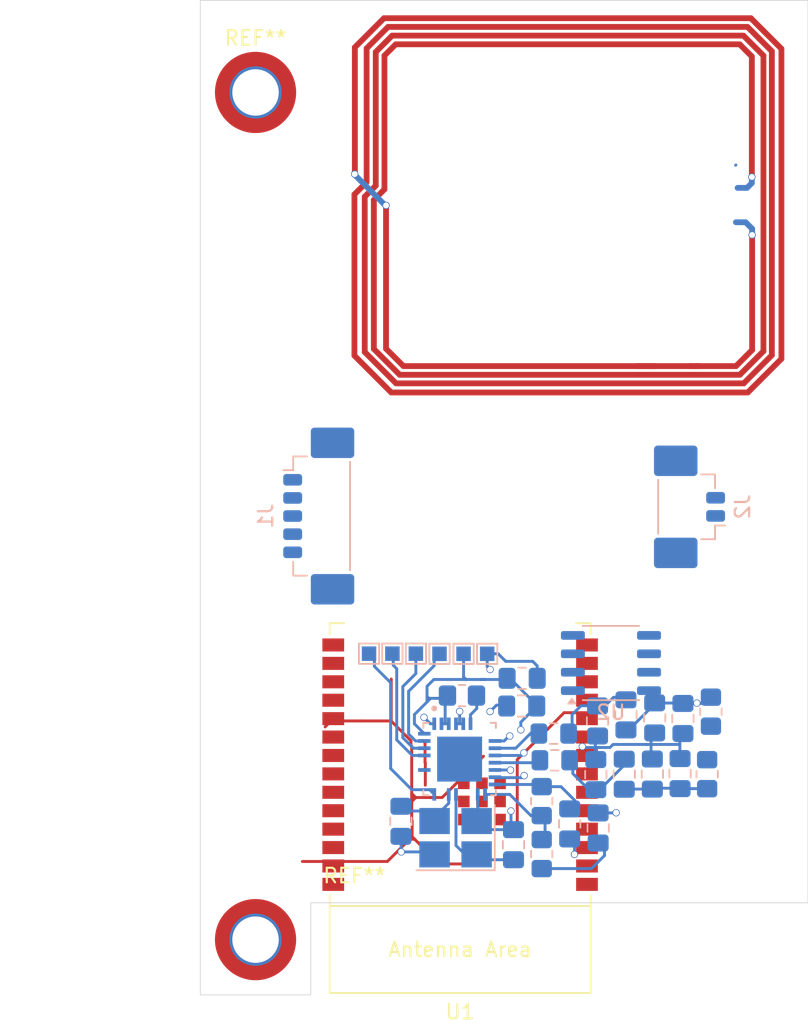
<source format=kicad_pcb>
(kicad_pcb (version 20241229) (generator "pcbnew") (generator_version "9.0")
  (layers (0 "F.Cu" signal) (2 "B.Cu" signal) (13 "F.Paste" user) (15 "B.Paste" user) (5 "F.SilkS" user "F.Silkscreen") (7 "B.SilkS" user "B.Silkscreen") (1 "F.Mask" user) (3 "B.Mask" user) (25 "Edge.Cuts" user))
  (net 0 "")
  (net 1 "Net-(J1-Pin_2)")
  (net 2 "Net-(J1-Pin_4)")
  (net 3 "GND")
  (net 4 "Net-(J1-Pin_5)")
  (net 5 "Net-(J1-Pin_3)")
  (net 6 "Net-(J2-Pin_1)")
  (net 7 "Net-(J2-Pin_2)")
  (net 14 "Net-(U1-GPIO8)")
  (net 20 "Net-(U1-GPIO9)")
  (net 29 "VCC")
  (net 30 "ANT_TX1")
  (net 31 "CLK")
  (net 32 "3V3")
  (net 33 "SDA")
  (net 34 "MOSI")
  (net 35 "TX1")
  (net 36 "RX")
  (net 37 "Net-(5K1-Pad2)")
  (net 38 "VMID")
  (net 39 "Net-(NC19-Pad1)")
  (net 40 "Net-(NC18-Pad1)")
  (net 41 "MISO")
  (net 42 "TX2")
  (net 54 "ANT_TX2")
  (net 55 "Net-(NC19-Pad2)")
  (net 56 "Net-(NC16-Pad1)")
  (net 57 "Net-(NC18-Pad2)")
  (net 58 "Net-(10K1-Pad2)")
  (net 59 "Net-(NC17-Pad1)")
  (footprint "PCM_Espressif:ESP32-C6-WROOM-1" (layer "F.Cu") (at 128.41 98.42 180)
    (property "Reference" "U1" (at 0 -17.05 0) (layer "F.SilkS"))
    (property "Value" "ESP32-C6-WROOM-1")
    (fp_text user "Antenna Area" (at 0 -12.75 0) (layer "F.SilkS"))
    (pad "1" smd rect (at -8.75 -8.26 180) (size 1.5 0.9) (layers "F.Cu" "F.Mask" "F.Paste") (net 3 "GND"))
    (pad "2" smd rect (at -8.75 -6.99 180) (size 1.5 0.9) (layers "F.Cu" "F.Mask" "F.Paste") (net 29 "VCC"))
    (pad "3" smd rect (at -8.75 -5.72 180) (size 1.5 0.9) (layers "F.Cu" "F.Mask" "F.Paste"))
    (pad "4" smd rect (at -8.75 -4.45 180) (size 1.5 0.9) (layers "F.Cu" "F.Mask" "F.Paste") (net 4 "Net-(J1-Pin_5)"))
    (pad "5" smd rect (at -8.75 -3.18 180) (size 1.5 0.9) (layers "F.Cu" "F.Mask" "F.Paste") (net 2 "Net-(J1-Pin_4)"))
    (pad "6" smd rect (at -8.75 -1.91 180) (size 1.5 0.9) (layers "F.Cu" "F.Mask" "F.Paste") (net 5 "Net-(J1-Pin_3)"))
    (pad "7" smd rect (at -8.75 -0.64 180) (size 1.5 0.9) (layers "F.Cu" "F.Mask" "F.Paste") (net 1 "Net-(J1-Pin_2)"))
    (pad "8" smd rect (at -8.75 0.63 180) (size 1.5 0.9) (layers "F.Cu" "F.Mask" "F.Paste"))
    (pad "9" smd rect (at -8.75 1.9 180) (size 1.5 0.9) (layers "F.Cu" "F.Mask" "F.Paste"))
    (pad "10" smd rect (at -8.75 3.17 180) (size 1.5 0.9) (layers "F.Cu" "F.Mask" "F.Paste") (net 14 "Net-(U1-GPIO8)"))
    (pad "11" smd rect (at -8.75 4.44 180) (size 1.5 0.9) (layers "F.Cu" "F.Mask" "F.Paste"))
    (pad "12" smd rect (at -8.75 5.71 180) (size 1.5 0.9) (layers "F.Cu" "F.Mask" "F.Paste"))
    (pad "13" smd rect (at -8.75 6.98 180) (size 1.5 0.9) (layers "F.Cu" "F.Mask" "F.Paste"))
    (pad "14" smd rect (at -8.75 8.25 180) (size 1.5 0.9) (layers "F.Cu" "F.Mask" "F.Paste"))
    (pad "15" smd rect (at 8.75 8.25) (size 1.5 0.9) (layers "F.Cu" "F.Mask" "F.Paste") (net 20 "Net-(U1-GPIO9)"))
    (pad "16" smd rect (at 8.75 6.98) (size 1.5 0.9) (layers "F.Cu" "F.Mask" "F.Paste"))
    (pad "17" smd rect (at 8.75 5.71) (size 1.5 0.9) (layers "F.Cu" "F.Mask" "F.Paste"))
    (pad "18" smd rect (at 8.75 4.44) (size 1.5 0.9) (layers "F.Cu" "F.Mask" "F.Paste"))
    (pad "19" smd rect (at 8.75 3.17) (size 1.5 0.9) (layers "F.Cu" "F.Mask" "F.Paste"))
    (pad "20" smd rect (at 8.75 1.9) (size 1.5 0.9) (layers "F.Cu" "F.Mask" "F.Paste"))
    (pad "21" smd rect (at 8.75 0.63) (size 1.5 0.9) (layers "F.Cu" "F.Mask" "F.Paste"))
    (pad "22" smd rect (at 8.75 -0.64) (size 1.5 0.9) (layers "F.Cu" "F.Mask" "F.Paste"))
    (pad "23" smd rect (at 8.75 -1.91) (size 1.5 0.9) (layers "F.Cu" "F.Mask" "F.Paste"))
    (pad "24" smd rect (at 8.75 -3.18) (size 1.5 0.9) (layers "F.Cu" "F.Mask" "F.Paste"))
    (pad "25" smd rect (at 8.75 -4.45) (size 1.5 0.9) (layers "F.Cu" "F.Mask" "F.Paste"))
    (pad "26" smd rect (at 8.75 -5.72) (size 1.5 0.9) (layers "F.Cu" "F.Mask" "F.Paste"))
    (pad "27" smd rect (at 8.75 -6.99) (size 1.5 0.9) (layers "F.Cu" "F.Mask" "F.Paste"))
    (pad "28" smd rect (at 8.75 -8.26) (size 1.5 0.9) (layers "F.Cu" "F.Mask" "F.Paste") (net 3 "GND"))
    (pad "29" smd rect (at -2.755 -3.79) (size 0.8 0.8) (layers "F.Cu" "F.Mask" "F.Paste") (net 3 "GND"))
    (pad "29" smd rect (at -2.755 -2.54) (size 0.8 0.8) (layers "F.Cu" "F.Mask" "F.Paste") (net 3 "GND"))
    (pad "29" smd rect (at -2.755 -1.29) (size 0.8 0.8) (layers "F.Cu" "F.Mask" "F.Paste") (net 3 "GND"))
    (pad "29" smd rect (at -1.505 -3.79) (size 0.8 0.8) (layers "F.Cu" "F.Mask" "F.Paste") (net 3 "GND"))
    (pad "29" smd rect (at -1.505 -2.54) (size 0.8 0.8) (layers "F.Cu" "F.Mask" "F.Paste") (net 3 "GND"))
    (pad "29" smd rect (at -1.505 -1.29) (size 0.8 0.8) (layers "F.Cu" "F.Mask" "F.Paste") (net 3 "GND"))
    (pad "29" smd rect (at -0.255 -3.79) (size 0.8 0.8) (layers "F.Cu" "F.Mask" "F.Paste") (net 3 "GND"))
    (pad "29" smd rect (at -0.255 -2.54) (size 0.8 0.8) (layers "F.Cu" "F.Mask" "F.Paste") (net 3 "GND"))
    (pad "29" smd rect (at -0.255 -1.29) (size 0.8 0.8) (layers "F.Cu" "F.Mask" "F.Paste") (net 3 "GND"))
  )
  (footprint "MountingHole:MountingHole_3.2mm_M3_DIN965_Pad_TopOnly" (layer "F.Cu") (at 114.3 52.07)
    (property "Reference" "REF**" (at 0 -3.75 0) (layer "F.SilkS"))
    (property "Value" "MountingHole_3.2mm_M3_DIN965_Pad_TopOnly")
    (pad "1" thru_hole circle (at 0 0) (size 3.6 3.6) (drill 3.2) (layers "*.Cu" "*.Mask"))
    (pad "1" connect circle (at 0 0) (size 5.6 5.6) (layers "F.Cu" "F.Mask"))
  )
  (footprint "MountingHole:MountingHole_3.2mm_M3_DIN965_Pad_TopOnly" (layer "F.Cu") (at 114.3 110.49)
    (property "Reference" "REF**" (at 6.8175 -4.41 0) (layer "F.SilkS"))
    (property "Value" "MountingHole_3.2mm_M3_DIN965_Pad_TopOnly")
    (pad "1" thru_hole circle (at 0 0) (size 3.6 3.6) (drill 3.2) (layers "*.Cu" "*.Mask"))
    (pad "1" connect circle (at 0 0) (size 5.6 5.6) (layers "F.Cu" "F.Mask"))
  )
  (footprint "TestPoint:TestPoint_Pad_1.0x1.0mm" (layer "B.Cu") (at 128.6475 90.78)
    (property "Reference" "NT5" (hide yes))
    (property "Value" "3V3")
    (pad "1" smd rect (at 0 0) (size 1 1) (layers "B.Cu" "B.Mask") (net 32 "3V3"))
  )
  (footprint "TestPoint:TestPoint_Pad_1.0x1.0mm" (layer "B.Cu") (at 122.1275 90.77 -90)
    (property "Reference" "NT4" (hide yes))
    (property "Value" "DA")
    (pad "1" smd rect (at 0 0 270) (size 1 1) (layers "B.Cu" "B.Mask") (net 33 "SDA"))
  )
  (footprint "Capacitor_SMD:C_0805_2012Metric_Pad1.18x1.45mm_HandSolder" (layer "B.Cu") (at 141.6675 99.07 -90)
    (property "Reference" "NC21" (hide yes))
    (property "Value" "180pF")
    (pad "1" smd roundrect (at -1.0375 0 270) (size 1.175 1.45) (layers "B.Cu" "B.Mask" "B.Paste") (roundrect_rratio 0.212766) (net 3 "GND"))
    (pad "2" smd roundrect (at 1.0375 0 270) (size 1.175 1.45) (layers "B.Cu" "B.Mask" "B.Paste") (roundrect_rratio 0.212766) (net 55 "Net-(NC19-Pad2)"))
  )
  (footprint "Connector_Molex:Molex_PicoBlade_53398-0271_1x02-1MP_P1.25mm_Vertical" (layer "B.Cu") (at 144.78 80.645 90)
    (property "Reference" "J2" (at 0 3.11 270) (layer "B.SilkS") (effects (justify mirror)))
    (property "Value" "Conn_01x02_Socket")
    (pad "1" smd roundrect (at -0.625 1.25 90) (size 0.8 1.3) (layers "B.Cu" "B.Mask" "B.Paste") (net 6 "Net-(J2-Pin_1)"))
    (pad "2" smd roundrect (at 0.625 1.25 90) (size 0.8 1.3) (layers "B.Cu" "B.Mask" "B.Paste") (net 7 "Net-(J2-Pin_2)"))
    (pad "MP" smd roundrect (at -3.175 -1.5 90) (size 2.1 3) (layers "B.Cu" "B.Mask" "B.Paste") (roundrect_rratio 0.119048))
    (pad "MP" smd roundrect (at 3.175 -1.5 90) (size 2.1 3) (layers "B.Cu" "B.Mask" "B.Paste") (roundrect_rratio 0.119048))
  )
  (footprint "Capacitor_SMD:C_0805_2012Metric_Pad1.18x1.45mm_HandSolder" (layer "B.Cu") (at 132.6575 94.38 180)
    (property "Reference" "NC26" (hide yes))
    (property "Value" "100nF")
    (pad "1" smd roundrect (at -1.0375 0 180) (size 1.175 1.45) (layers "B.Cu" "B.Mask" "B.Paste") (roundrect_rratio 0.212766) (net 32 "3V3"))
    (pad "2" smd roundrect (at 1.0375 0 180) (size 1.175 1.45) (layers "B.Cu" "B.Mask" "B.Paste") (roundrect_rratio 0.212766) (net 3 "GND"))
  )
  (footprint "Package_QFP:RC522 RFID NFC QFN50P500X500X100-33N" (layer "B.Cu") (at 128.375 98.04 -90)
    (property "Reference" "U1" (hide yes))
    (property "Value" "MFRC522/RC522")
    (pad "1" smd roundrect (at -2.435 1.75 270) (size 0.86 0.26) (layers "B.Cu" "B.Mask" "B.Paste") (roundrect_rratio 0.03) (net 3 "GND"))
    (pad "2" smd roundrect (at -2.435 1.25 270) (size 0.86 0.26) (layers "B.Cu" "B.Mask" "B.Paste") (roundrect_rratio 0.03) (net 32 "3V3"))
    (pad "3" smd roundrect (at -2.435 0.75 270) (size 0.86 0.26) (layers "B.Cu" "B.Mask" "B.Paste") (roundrect_rratio 0.03) (net 32 "3V3"))
    (pad "4" smd roundrect (at -2.435 0.25 270) (size 0.86 0.26) (layers "B.Cu" "B.Mask" "B.Paste") (roundrect_rratio 0.03) (net 3 "GND"))
    (pad "5" smd roundrect (at -2.435 -0.25 270) (size 0.86 0.26) (layers "B.Cu" "B.Mask" "B.Paste") (roundrect_rratio 0.03) (net 3 "GND"))
    (pad "6" smd roundrect (at -2.435 -0.75 270) (size 0.86 0.26) (layers "B.Cu" "B.Mask" "B.Paste") (roundrect_rratio 0.03) (net 58 "Net-(10K1-Pad2)"))
    (pad "7" smd roundrect (at -2.435 -1.25 270) (size 0.001 0.001) (layers "B.Cu" "B.Mask" "B.Paste") (roundrect_rratio 0.03))
    (pad "8" smd roundrect (at -2.435 -1.75 270) (size 0.001 0.001) (layers "B.Cu" "B.Mask" "B.Paste") (roundrect_rratio 0.03))
    (pad "9" smd roundrect (at -1.75 -2.435 180) (size 0.001 0.001) (layers "B.Cu" "B.Mask" "B.Paste") (roundrect_rratio 0.03))
    (pad "10" smd roundrect (at -1.25 -2.435 180) (size 0.86 0.26) (layers "B.Cu" "B.Mask" "B.Paste") (roundrect_rratio 0.03) (net 3 "GND"))
    (pad "11" smd roundrect (at -0.75 -2.435 180) (size 0.86 0.26) (layers "B.Cu" "B.Mask" "B.Paste") (roundrect_rratio 0.03) (net 35 "TX1"))
    (pad "12" smd roundrect (at -0.25 -2.435 180) (size 0.86 0.26) (layers "B.Cu" "B.Mask" "B.Paste") (roundrect_rratio 0.03) (net 32 "3V3"))
    (pad "13" smd roundrect (at 0.25 -2.435 180) (size 0.86 0.26) (layers "B.Cu" "B.Mask" "B.Paste") (roundrect_rratio 0.03) (net 42 "TX2"))
    (pad "14" smd roundrect (at 0.75 -2.435 180) (size 0.86 0.26) (layers "B.Cu" "B.Mask" "B.Paste") (roundrect_rratio 0.03) (net 3 "GND"))
    (pad "15" smd roundrect (at 1.25 -2.435 180) (size 0.86 0.26) (layers "B.Cu" "B.Mask" "B.Paste") (roundrect_rratio 0.03) (net 32 "3V3"))
    (pad "16" smd roundrect (at 1.75 -2.435 180) (size 0.86 0.26) (layers "B.Cu" "B.Mask" "B.Paste") (roundrect_rratio 0.03) (net 38 "VMID"))
    (pad "17" smd roundrect (at 2.435 -1.75 270) (size 0.86 0.26) (layers "B.Cu" "B.Mask" "B.Paste") (roundrect_rratio 0.03) (net 36 "RX"))
    (pad "18" smd roundrect (at 2.435 -1.25 270) (size 0.86 0.26) (layers "B.Cu" "B.Mask" "B.Paste") (roundrect_rratio 0.03) (net 3 "GND"))
    (pad "19" smd roundrect (at 2.435 -0.75 270) (size 0.001 0.001) (layers "B.Cu" "B.Mask" "B.Paste") (roundrect_rratio 0.03))
    (pad "20" smd roundrect (at 2.435 -0.25 270) (size 0.001 0.001) (layers "B.Cu" "B.Mask" "B.Paste") (roundrect_rratio 0.03))
    (pad "21" smd roundrect (at 2.435 0.25 270) (size 0.86 0.26) (layers "B.Cu" "B.Mask" "B.Paste") (roundrect_rratio 0.03) (net 56 "Net-(NC16-Pad1)"))
    (pad "22" smd roundrect (at 2.435 0.75 270) (size 0.86 0.26) (layers "B.Cu" "B.Mask" "B.Paste") (roundrect_rratio 0.03) (net 59 "Net-(NC17-Pad1)"))
    (pad "23" smd roundrect (at 2.435 1.25 270) (size 0.001 0.001) (layers "B.Cu" "B.Mask" "B.Paste") (roundrect_rratio 0.03))
    (pad "24" smd roundrect (at 2.435 1.75 270) (size 0.86 0.26) (layers "B.Cu" "B.Mask" "B.Paste") (roundrect_rratio 0.03) (net 33 "SDA"))
    (pad "25" smd roundrect (at 1.75 2.435 180) (size 0.001 0.001) (layers "B.Cu" "B.Mask" "B.Paste") (roundrect_rratio 0.03))
    (pad "26" smd roundrect (at 1.25 2.435 180) (size 0.001 0.001) (layers "B.Cu" "B.Mask" "B.Paste") (roundrect_rratio 0.03))
    (pad "27" smd roundrect (at 0.75 2.435 180) (size 0.86 0.26) (layers "B.Cu" "B.Mask" "B.Paste") (roundrect_rratio 0.03))
    (pad "28" smd roundrect (at 0.25 2.435 180) (size 0.001 0.001) (layers "B.Cu" "B.Mask" "B.Paste") (roundrect_rratio 0.03))
    (pad "29" smd roundrect (at -0.25 2.435 180) (size 0.86 0.26) (layers "B.Cu" "B.Mask" "B.Paste") (roundrect_rratio 0.03) (net 31 "CLK"))
    (pad "30" smd roundrect (at -0.75 2.435 180) (size 0.86 0.26) (layers "B.Cu" "B.Mask" "B.Paste") (roundrect_rratio 0.03) (net 34 "MOSI"))
    (pad "31" smd roundrect (at -1.25 2.435 180) (size 0.86 0.26) (layers "B.Cu" "B.Mask" "B.Paste") (roundrect_rratio 0.03) (net 41 "MISO"))
    (pad "32" smd roundrect (at -1.75 2.435 180) (size 0.86 0.26) (layers "B.Cu" "B.Mask" "B.Paste") (roundrect_rratio 0.03) (net 32 "3V3"))
    (pad "33" smd rect (at 0 0 270) (size 3.1 3.1) (layers "B.Cu" "B.Mask"))
  )
  (footprint "TestPoint:TestPoint_Pad_1.0x1.0mm" (layer "B.Cu") (at 125.3575 90.77)
    (property "Reference" "NT2" (hide yes))
    (property "Value" "MO")
    (pad "1" smd rect (at 0 0) (size 1 1) (layers "B.Cu" "B.Mask") (net 34 "MOSI"))
  )
  (footprint "Capacitor_SMD:C_0805_2012Metric_Pad1.18x1.45mm_HandSolder" (layer "B.Cu") (at 137.9275 102.79 90)
    (property "Reference" "NC6" (hide yes))
    (property "Value" "100nF")
    (pad "1" smd roundrect (at -1.0375 0 90) (size 1.175 1.45) (layers "B.Cu" "B.Mask" "B.Paste") (roundrect_rratio 0.212766) (net 37 "Net-(5K1-Pad2)"))
    (pad "2" smd roundrect (at 1.0375 0 90) (size 1.175 1.45) (layers "B.Cu" "B.Mask" "B.Paste") (roundrect_rratio 0.212766) (net 57 "Net-(NC18-Pad2)"))
  )
  (footprint "Capacitor_SMD:C_0805_2012Metric_Pad1.18x1.45mm_HandSolder" (layer "B.Cu") (at 137.8875 95.41 -90)
    (property "Reference" "NC24" (hide yes))
    (property "Value" "47pF")
    (pad "1" smd roundrect (at -1.0375 0 270) (size 1.175 1.45) (layers "B.Cu" "B.Mask" "B.Paste") (roundrect_rratio 0.212766) (net 40 "Net-(NC18-Pad1)"))
    (pad "2" smd roundrect (at 1.0375 0 270) (size 1.175 1.45) (layers "B.Cu" "B.Mask" "B.Paste") (roundrect_rratio 0.212766) (net 3 "GND"))
  )
  (footprint "TestPoint:TestPoint_Pad_1.0x1.0mm" (layer "B.Cu") (at 126.9875 90.78)
    (property "Reference" "NT3" (hide yes))
    (property "Value" "MI")
    (pad "1" smd rect (at 0 0) (size 1 1) (layers "B.Cu" "B.Mask") (net 41 "MISO"))
  )
  (footprint "Inductor_SMD:L_0805_2012Metric_Pad1.15x1.40mm_HandSolder" (layer "B.Cu") (at 134.8675 96.28)
    (property "Reference" "NL4" (hide yes))
    (property "Value" "22uH")
    (pad "1" smd roundrect (at -1.025 0) (size 1.15 1.4) (layers "B.Cu" "B.Mask" "B.Paste") (roundrect_rratio 0.217391) (net 35 "TX1"))
    (pad "2" smd roundrect (at 1.025 0) (size 1.15 1.4) (layers "B.Cu" "B.Mask" "B.Paste") (roundrect_rratio 0.217391) (net 40 "Net-(NC18-Pad1)"))
  )
  (footprint "Capacitor_SMD:C_0805_2012Metric_Pad1.18x1.45mm_HandSolder" (layer "B.Cu") (at 143.5775 99.04 -90)
    (property "Reference" "NC23" (hide yes))
    (property "Value" "10pF")
    (pad "1" smd roundrect (at -1.0375 0 270) (size 1.175 1.45) (layers "B.Cu" "B.Mask" "B.Paste") (roundrect_rratio 0.212766) (net 3 "GND"))
    (pad "2" smd roundrect (at 1.0375 0 270) (size 1.175 1.45) (layers "B.Cu" "B.Mask" "B.Paste") (roundrect_rratio 0.212766) (net 55 "Net-(NC19-Pad2)"))
  )
  (footprint "Resistor_SMD:R_0805_2012Metric_Pad1.20x1.40mm_HandSolder" (layer "B.Cu") (at 128.5375 93.66)
    (property "Reference" "10K1" (hide yes))
    (property "Value" "NR14")
    (pad "1" smd roundrect (at -1 0) (size 1.2 1.4) (layers "B.Cu" "B.Mask" "B.Paste") (roundrect_rratio 0.208333) (net 32 "3V3"))
    (pad "2" smd roundrect (at 1 0) (size 1.2 1.4) (layers "B.Cu" "B.Mask" "B.Paste") (roundrect_rratio 0.208333) (net 58 "Net-(10K1-Pad2)"))
  )
  (footprint "Capacitor_SMD:C_0805_2012Metric_Pad1.18x1.45mm_HandSolder" (layer "B.Cu") (at 143.7775 95.24 -90)
    (property "Reference" "NC22" (hide yes))
    (property "Value" "10pF")
    (pad "1" smd roundrect (at -1.0375 0 270) (size 1.175 1.45) (layers "B.Cu" "B.Mask" "B.Paste") (roundrect_rratio 0.212766) (net 57 "Net-(NC18-Pad2)"))
    (pad "2" smd roundrect (at 1.0375 0 270) (size 1.175 1.45) (layers "B.Cu" "B.Mask" "B.Paste") (roundrect_rratio 0.212766) (net 3 "GND"))
  )
  (footprint "Resistor_SMD:R_0805_2012Metric_Pad1.20x1.40mm_HandSolder" (layer "B.Cu") (at 145.7075 94.77 -90)
    (property "Reference" "300R2" (hide yes))
    (property "Value" "NR17")
    (pad "1" smd roundrect (at -1 0 270) (size 1.2 1.4) (layers "B.Cu" "B.Mask" "B.Paste") (roundrect_rratio 0.208333) (net 57 "Net-(NC18-Pad2)"))
    (pad "2" smd roundrect (at 1 0 270) (size 1.2 1.4) (layers "B.Cu" "B.Mask" "B.Paste") (roundrect_rratio 0.208333) (net 30 "ANT_TX1"))
  )
  (footprint "Capacitor_SMD:C_0805_2012Metric_Pad1.18x1.45mm_HandSolder" (layer "B.Cu") (at 141.8275 95.2 -90)
    (property "Reference" "NC20" (hide yes))
    (property "Value" "180pF")
    (pad "1" smd roundrect (at -1.0375 0 270) (size 1.175 1.45) (layers "B.Cu" "B.Mask" "B.Paste") (roundrect_rratio 0.212766) (net 57 "Net-(NC18-Pad2)"))
    (pad "2" smd roundrect (at 1.0375 0 270) (size 1.175 1.45) (layers "B.Cu" "B.Mask" "B.Paste") (roundrect_rratio 0.212766) (net 3 "GND"))
  )
  (footprint "Connector_Molex:Molex_PicoBlade_53398-0571_1x05-1MP_P1.25mm_Vertical" (layer "B.Cu") (at 118.11 81.28 -90)
    (property "Reference" "J1" (at 0 3.11 90) (layer "B.SilkS") (effects (justify mirror)))
    (property "Value" "Conn_01x05_Socket")
    (pad "1" smd roundrect (at -2.5 1.25 270) (size 0.8 1.3) (layers "B.Cu" "B.Mask" "B.Paste") (net 3 "GND"))
    (pad "2" smd roundrect (at -1.25 1.25 270) (size 0.8 1.3) (layers "B.Cu" "B.Mask" "B.Paste") (net 1 "Net-(J1-Pin_2)"))
    (pad "3" smd roundrect (at 0 1.25 270) (size 0.8 1.3) (layers "B.Cu" "B.Mask" "B.Paste") (net 5 "Net-(J1-Pin_3)"))
    (pad "4" smd roundrect (at 1.25 1.25 270) (size 0.8 1.3) (layers "B.Cu" "B.Mask" "B.Paste") (net 2 "Net-(J1-Pin_4)"))
    (pad "5" smd roundrect (at 2.5 1.25 270) (size 0.8 1.3) (layers "B.Cu" "B.Mask" "B.Paste") (net 4 "Net-(J1-Pin_5)"))
    (pad "MP" smd roundrect (at -5.05 -1.5 270) (size 2.1 3) (layers "B.Cu" "B.Mask" "B.Paste") (roundrect_rratio 0.119048))
    (pad "MP" smd roundrect (at 5.05 -1.5 270) (size 2.1 3) (layers "B.Cu" "B.Mask" "B.Paste") (roundrect_rratio 0.119048))
  )
  (footprint "Package_SO:SOP-8_3.9x4.9mm_P1.27mm" (layer "B.Cu") (at 138.8125 91.415)
    (property "Reference" "U2" (at 0 3.4 180) (layer "B.SilkS") (effects (justify mirror)))
    (property "Value" "~")
    (pad "1" smd roundrect (at -2.625 1.905) (size 1.65 0.6) (layers "B.Cu" "B.Mask" "B.Paste") (net 6 "Net-(J2-Pin_1)"))
    (pad "2" smd roundrect (at -2.625 0.635) (size 1.65 0.6) (layers "B.Cu" "B.Mask" "B.Paste") (net 29 "VCC"))
    (pad "3" smd roundrect (at -2.625 -0.635) (size 1.65 0.6) (layers "B.Cu" "B.Mask" "B.Paste") (net 29 "VCC"))
    (pad "4" smd roundrect (at -2.625 -1.905) (size 1.65 0.6) (layers "B.Cu" "B.Mask" "B.Paste") (net 7 "Net-(J2-Pin_2)"))
    (pad "5" smd roundrect (at 2.625 -1.905) (size 1.65 0.6) (layers "B.Cu" "B.Mask" "B.Paste") (net 3 "GND"))
    (pad "6" smd roundrect (at 2.625 -0.635) (size 1.65 0.6) (layers "B.Cu" "B.Mask" "B.Paste") (net 14 "Net-(U1-GPIO8)"))
    (pad "7" smd roundrect (at 2.625 0.635) (size 1.65 0.6) (layers "B.Cu" "B.Mask" "B.Paste") (net 20 "Net-(U1-GPIO9)"))
    (pad "8" smd roundrect (at 2.625 1.905) (size 1.65 0.6) (layers "B.Cu" "B.Mask" "B.Paste") (net 3 "GND"))
  )
  (footprint "Capacitor_SMD:C_0805_2012Metric_Pad1.18x1.45mm_HandSolder" (layer "B.Cu") (at 124.3275 102.33 -90)
    (property "Reference" "NC17" (hide yes))
    (property "Value" "15pF")
    (pad "1" smd roundrect (at -1.0375 0 270) (size 1.175 1.45) (layers "B.Cu" "B.Mask" "B.Paste") (roundrect_rratio 0.212766) (net 59 "Net-(NC17-Pad1)"))
    (pad "2" smd roundrect (at 1.0375 0 270) (size 1.175 1.45) (layers "B.Cu" "B.Mask" "B.Paste") (roundrect_rratio 0.212766) (net 3 "GND"))
  )
  (footprint "Inductor_SMD:L_0805_2012Metric_Pad1.15x1.40mm_HandSolder" (layer "B.Cu") (at 134.9375 98.12)
    (property "Reference" "NL5" (hide yes))
    (property "Value" "22uH")
    (pad "1" smd roundrect (at -1.025 0) (size 1.15 1.4) (layers "B.Cu" "B.Mask" "B.Paste") (roundrect_rratio 0.217391) (net 42 "TX2"))
    (pad "2" smd roundrect (at 1.025 0) (size 1.15 1.4) (layers "B.Cu" "B.Mask" "B.Paste") (roundrect_rratio 0.217391) (net 39 "Net-(NC19-Pad1)"))
  )
  (footprint "Resistor_SMD:R_0805_2012Metric_Pad1.20x1.40mm_HandSolder" (layer "B.Cu") (at 134.0375 104.59 -90)
    (property "Reference" "5K1" (hide yes))
    (property "Value" "NR16")
    (pad "1" smd roundrect (at -1 0 270) (size 1.2 1.4) (layers "B.Cu" "B.Mask" "B.Paste") (roundrect_rratio 0.208333) (net 36 "RX"))
    (pad "2" smd roundrect (at 1 0 270) (size 1.2 1.4) (layers "B.Cu" "B.Mask" "B.Paste") (roundrect_rratio 0.208333) (net 37 "Net-(5K1-Pad2)"))
  )
  (footprint "Capacitor_SMD:C_0805_2012Metric_Pad1.18x1.45mm_HandSolder" (layer "B.Cu") (at 139.8475 94.99 -90)
    (property "Reference" "NC18" (hide yes))
    (property "Value" "15pF")
    (pad "1" smd roundrect (at -1.0375 0 270) (size 1.175 1.45) (layers "B.Cu" "B.Mask" "B.Paste") (roundrect_rratio 0.212766) (net 40 "Net-(NC18-Pad1)"))
    (pad "2" smd roundrect (at 1.0375 0 270) (size 1.175 1.45) (layers "B.Cu" "B.Mask" "B.Paste") (roundrect_rratio 0.212766) (net 57 "Net-(NC18-Pad2)"))
  )
  (footprint "Crystal:Crystal_SMD_3225-4Pin_3.2x2.5mm_HandSoldering" (layer "B.Cu") (at 128.0975 103.46 180)
    (property "Reference" "NY1" (hide yes))
    (property "Value" "27M12")
    (pad "1" smd rect (at -1.45 -1.15 180) (size 2.1 1.8) (layers "B.Cu" "B.Mask" "B.Paste") (net 56 "Net-(NC16-Pad1)"))
    (pad "2" smd rect (at 1.45 -1.15 180) (size 2.1 1.8) (layers "B.Cu" "B.Mask" "B.Paste") (net 3 "GND"))
    (pad "3" smd rect (at 1.45 1.15 180) (size 2.1 1.8) (layers "B.Cu" "B.Mask" "B.Paste") (net 59 "Net-(NC17-Pad1)"))
    (pad "4" smd rect (at -1.45 1.15 180) (size 2.1 1.8) (layers "B.Cu" "B.Mask" "B.Paste") (net 3 "GND"))
  )
  (footprint "TestPoint:TestPoint_Pad_1.0x1.0mm" (layer "B.Cu") (at 123.7375 90.77)
    (property "Reference" "NT1" (hide yes))
    (property "Value" "CLK")
    (pad "1" smd rect (at 0 0) (size 1 1) (layers "B.Cu" "B.Mask") (net 31 "CLK"))
  )
  (footprint "Capacitor_SMD:C_0805_2012Metric_Pad1.18x1.45mm_HandSolder" (layer "B.Cu") (at 139.7275 99.08 -90)
    (property "Reference" "NC19" (hide yes))
    (property "Value" "15pF")
    (pad "1" smd roundrect (at -1.0375 0 270) (size 1.175 1.45) (layers "B.Cu" "B.Mask" "B.Paste") (roundrect_rratio 0.212766) (net 39 "Net-(NC19-Pad1)"))
    (pad "2" smd roundrect (at 1.0375 0 270) (size 1.175 1.45) (layers "B.Cu" "B.Mask" "B.Paste") (roundrect_rratio 0.212766) (net 55 "Net-(NC19-Pad2)"))
  )
  (footprint "Capacitor_SMD:C_0805_2012Metric_Pad1.18x1.45mm_HandSolder" (layer "B.Cu") (at 135.9675 102.51 -90)
    (property "Reference" "NC5" (hide yes))
    (property "Value" "100nF")
    (pad "1" smd roundrect (at -1.0375 0 270) (size 1.175 1.45) (layers "B.Cu" "B.Mask" "B.Paste") (roundrect_rratio 0.212766) (net 38 "VMID"))
    (pad "2" smd roundrect (at 1.0375 0 270) (size 1.175 1.45) (layers "B.Cu" "B.Mask" "B.Paste") (roundrect_rratio 0.212766) (net 3 "GND"))
  )
  (footprint "Capacitor_SMD:C_0805_2012Metric_Pad1.18x1.45mm_HandSolder" (layer "B.Cu") (at 132.6875 92.47)
    (property "Reference" "NC27" (hide yes))
    (property "Value" "100nF")
    (pad "1" smd roundrect (at -1.0375 0) (size 1.175 1.45) (layers "B.Cu" "B.Mask" "B.Paste") (roundrect_rratio 0.212766) (net 32 "3V3"))
    (pad "2" smd roundrect (at 1.0375 0) (size 1.175 1.45) (layers "B.Cu" "B.Mask" "B.Paste") (roundrect_rratio 0.212766) (net 3 "GND"))
  )
  (footprint "TestPoint:TestPoint_Pad_1.0x1.0mm" (layer "B.Cu") (at 130.2775 90.78)
    (property "Reference" "NT6" (hide yes))
    (property "Value" "GND")
    (pad "1" smd rect (at 0 0) (size 1 1) (layers "B.Cu" "B.Mask") (net 3 "GND"))
  )
  (footprint "Capacitor_SMD:C_0805_2012Metric_Pad1.18x1.45mm_HandSolder" (layer "B.Cu") (at 137.7675 99.11 -90)
    (property "Reference" "NC25" (hide yes))
    (property "Value" "47pF")
    (pad "1" smd roundrect (at -1.0375 0 270) (size 1.175 1.45) (layers "B.Cu" "B.Mask" "B.Paste") (roundrect_rratio 0.212766) (net 3 "GND"))
    (pad "2" smd roundrect (at 1.0375 0 270) (size 1.175 1.45) (layers "B.Cu" "B.Mask" "B.Paste") (roundrect_rratio 0.212766) (net 39 "Net-(NC19-Pad1)"))
  )
  (footprint "Resistor_SMD:R_0805_2012Metric_Pad1.20x1.40mm_HandSolder" (layer "B.Cu") (at 145.4475 99.08 90)
    (property "Reference" "300R1" (hide yes))
    (property "Value" "NR18")
    (pad "1" smd roundrect (at -1 0 90) (size 1.2 1.4) (layers "B.Cu" "B.Mask" "B.Paste") (roundrect_rratio 0.208333) (net 55 "Net-(NC19-Pad2)"))
    (pad "2" smd roundrect (at 1 0 90) (size 1.2 1.4) (layers "B.Cu" "B.Mask" "B.Paste") (roundrect_rratio 0.208333) (net 54 "ANT_TX2"))
  )
  (footprint "Resistor_SMD:R_0805_2012Metric_Pad1.20x1.40mm_HandSolder" (layer "B.Cu") (at 134.0375 100.94 -90)
    (property "Reference" "820R1" (hide yes))
    (property "Value" "NR15")
    (pad "1" smd roundrect (at -1 0 270) (size 1.2 1.4) (layers "B.Cu" "B.Mask" "B.Paste") (roundrect_rratio 0.208333) (net 38 "VMID"))
    (pad "2" smd roundrect (at 1 0 270) (size 1.2 1.4) (layers "B.Cu" "B.Mask" "B.Paste") (roundrect_rratio 0.208333) (net 36 "RX"))
  )
  (footprint "Capacitor_SMD:C_0805_2012Metric_Pad1.18x1.45mm_HandSolder" (layer "B.Cu") (at 132.09125 103.9425 90)
    (property "Reference" "NC16" (hide yes))
    (property "Value" "15pF")
    (pad "1" smd roundrect (at -1.0375 0 90) (size 1.175 1.45) (layers "B.Cu" "B.Mask" "B.Paste") (roundrect_rratio 0.212766) (net 56 "Net-(NC16-Pad1)"))
    (pad "2" smd roundrect (at 1.0375 0 90) (size 1.175 1.45) (layers "B.Cu" "B.Mask" "B.Paste") (roundrect_rratio 0.212766) (net 3 "GND"))
  )
  (gr_poly (pts (xy 118.11 107.95) (xy 118.11 114.3) (xy 110.49 114.3) (xy 110.49 45.72) (xy 152.4 45.72) (xy 152.4 107.95)) (stroke (width 0.05)) (fill no) (layer "Edge.Cuts"))
  (segment (start 147.4075 57.0925) (end 147.43 57.07) (width 0.2) (layer "B.Cu") (net 0))
  (segment (start 125.07 101.16) (end 125.07 102.37) (width 0.2) (layer "F.Cu") (net 3))
  (segment (start 125.07 97.16) (end 125.02 97.11) (width 0.2) (layer "F.Cu") (net 3))
  (segment (start 126.98 105.27) (end 129.48 105.27) (width 0.2) (layer "F.Cu") (net 3))
  (segment (start 125.07 100.45) (end 125.07 100.69) (width 0.2) (layer "F.Cu") (net 3))
  (segment (start 123.39 105.1) (end 117.53 105.1) (width 0.2) (layer "F.Cu") (net 3))
  (segment (start 125.07 100.69) (end 125.07 101.16) (width 0.2) (layer "F.Cu") (net 3))
  (segment (start 125.1 102.28) (end 125.1 103.39) (width 0.2) (layer "F.Cu") (net 3))
  (segment (start 125.07 100.45) (end 125.11 100.45) (width 0.2) (layer "F.Cu") (net 3))
  (segment (start 125.35 100.69) (end 126.33 100.69) (width 0.2) (layer "F.Cu") (net 3))
  (segment (start 124.925 103.565) (end 125.215 103.565) (width 0.2) (layer "F.Cu") (net 3))
  (segment (start 125.07 101.16) (end 125.07 100.97) (width 0.2) (layer "F.Cu") (net 3))
  (segment (start 123.65 95.41) (end 123.66 95.42) (width 0.2) (layer "F.Cu") (net 3))
  (segment (start 123.66 95.42) (end 123.66 92.52) (width 0.2) (layer "F.Cu") (net 3))
  (segment (start 125.07 99.46) (end 125.07 100.45) (width 0.2) (layer "F.Cu") (net 3))
  (segment (start 125.245 103.535) (end 126.98 105.27) (width 0.2) (layer "F.Cu") (net 3))
  (segment (start 125.215 103.565) (end 125.245 103.535) (width 0.2) (layer "F.Cu") (net 3))
  (segment (start 125.11 100.45) (end 125.35 100.69) (width 0.2) (layer "F.Cu") (net 3))
  (segment (start 121.56 95.41) (end 119.51 95.41) (width 0.2) (layer "F.Cu") (net 3))
  (segment (start 125.02 97.11) (end 125.02 96.78) (width 0.2) (layer "F.Cu") (net 3))
  (segment (start 121.56 95.41) (end 123.65 95.41) (width 0.2) (layer "F.Cu") (net 3))
  (segment (start 126.33 100.69) (end 127.17 100.69) (width 0.2) (layer "F.Cu") (net 3))
  (segment (start 125.07 100.97) (end 125.35 100.69) (width 0.2) (layer "F.Cu") (net 3))
  (segment (start 125.1 103.39) (end 124.925 103.565) (width 0.2) (layer "F.Cu") (net 3))
  (segment (start 125.1 103.39) (end 125.245 103.535) (width 0.2) (layer "F.Cu") (net 3))
  (segment (start 126.33 100.69) (end 126.58 100.69) (width 0.2) (layer "F.Cu") (net 3))
  (segment (start 124.925 103.565) (end 124.19 104.3) (width 0.2) (layer "F.Cu") (net 3))
  (segment (start 119.51 95.41) (end 119.1 95.82) (width 0.2) (layer "F.Cu") (net 3))
  (segment (start 125.02 96.78) (end 123.66 95.42) (width 0.2) (layer "F.Cu") (net 3))
  (segment (start 125.07 99.46) (end 125.07 97.16) (width 0.2) (layer "F.Cu") (net 3))
  (segment (start 124.19 104.3) (end 123.39 105.1) (width 0.2) (layer "F.Cu") (net 3))
  (segment (start 125.07 100.69) (end 125.35 100.69) (width 0.2) (layer "F.Cu") (net 3))
  (segment (start 127.17 100.69) (end 130.02 97.84) (width 0.2) (layer "F.Cu") (net 3))
  (via (at 128.3775 94.75) (size 0.5) (drill 0.4) (layers "F.Cu" "B.Cu") (net 3))
  (via (at 136.2975 104.61) (size 0.5) (drill 0.4) (layers "F.Cu" "B.Cu") (net 3))
  (via (at 136.8375 97.18) (size 0.5) (drill 0.4) (layers "F.Cu" "B.Cu") (net 3))
  (via (at 131.8375 96.45) (size 0.5) (drill 0.4) (layers "F.Cu" "B.Cu") (net 3))
  (via (at 125.9175 95.16) (size 0.5) (drill 0.4) (layers "F.Cu" "B.Cu") (net 3))
  (via (at 130.4775 91.86) (size 0.5) (drill 0.4) (layers "F.Cu" "B.Cu") (net 3))
  (via (at 124.3475 104.44) (size 0.5) (drill 0.4) (layers "F.Cu" "B.Cu") (net 3))
  (via (at 131.8875 98.8) (size 0.5) (drill 0.4) (layers "F.Cu" "B.Cu") (net 3))
  (via (at 130.4775 94.76) (size 0.5) (drill 0.4) (layers "F.Cu" "B.Cu") (net 3))
  (via (at 131.9175 101.62) (size 0.5) (drill 0.4) (layers "F.Cu" "B.Cu") (net 3))
  (segment (start 124.3375 103.3175) (end 124.3375 104.35) (width 0.2) (layer "B.Cu") (net 3))
  (segment (start 128.3925 95.605) (end 128.125 95.605) (width 0.2) (layer "B.Cu") (net 3))
  (segment (start 138.1075 96.4375) (end 137.7 96.4375) (width 0.2) (layer "B.Cu") (net 3))
  (segment (start 138.0375 97.24) (end 138.7475 97.24) (width 0.2) (layer "B.Cu") (net 3))
  (segment (start 131.0375 90.78) (end 131.5575 91.3) (width 0.2) (layer "B.Cu") (net 3))
  (segment (start 136.2975 103.5375) (end 136.2975 104.55) (width 0.2) (layer "B.Cu") (net 3))
  (segment (start 126.6475 104.61) (end 126.4775 104.44) (width 0.2) (layer "B.Cu") (net 3))
  (segment (start 143.5675 97.6425) (end 143.5675 97.08) (width 0.2) (layer "B.Cu") (net 3))
  (segment (start 128.625 95.605) (end 128.3925 95.605) (width 0.2) (layer "B.Cu") (net 3))
  (segment (start 130.2775 90.78) (end 130.2775 91.66) (width 0.2) (layer "B.Cu") (net 3))
  (segment (start 131.9175 102.73125) (end 132.09125 102.905) (width 0.2) (layer "B.Cu") (net 3))
  (segment (start 131.5575 91.3) (end 133.4175 91.3) (width 0.2) (layer "B.Cu") (net 3))
  (segment (start 130.81 96.79) (end 131.4475 96.79) (width 0.2) (layer "B.Cu") (net 3))
  (segment (start 136.8975 97.24) (end 136.8375 97.18) (width 0.2) (layer "B.Cu") (net 3))
  (segment (start 129.72875 102.545) (end 129.56125 102.7125) (width 0.2) (layer "B.Cu") (net 3))
  (segment (start 130.81 98.79) (end 131.8875 98.79) (width 0.2) (layer "B.Cu") (net 3))
  (segment (start 126.57375 105.1) (end 126.66125 105.0125) (width 0.2) (layer "B.Cu") (net 3))
  (segment (start 128.3775 95.61) (end 128.3775 94.77) (width 0.2) (layer "B.Cu") (net 3))
  (segment (start 126.3625 95.605) (end 125.9175 95.16) (width 0.2) (layer "B.Cu") (net 3))
  (segment (start 131.9175 101.62) (end 131.9175 102.73125) (width 0.2) (layer "B.Cu") (net 3))
  (segment (start 138.9575 97.03) (end 141.2075 97.03) (width 0.2) (layer "B.Cu") (net 3))
  (segment (start 133.4175 91.3) (end 133.725 91.6075) (width 0.2) (layer "B.Cu") (net 3))
  (segment (start 129.75375 102.905) (end 129.56125 102.7125) (width 0.2) (layer "B.Cu") (net 3))
  (segment (start 141.5775 97.7325) (end 141.5775 96.72) (width 0.2) (layer "B.Cu") (net 3))
  (segment (start 130.2775 90.78) (end 131.0375 90.78) (width 0.2) (layer "B.Cu") (net 3))
  (segment (start 137.7375 97.8525) (end 137.7375 97.24) (width 0.2) (layer "B.Cu") (net 3))
  (segment (start 128.3925 94.765) (end 128.3775 94.75) (width 0.2) (layer "B.Cu") (net 3))
  (segment (start 131.4475 96.79) (end 131.7675 96.47) (width 0.2) (layer "B.Cu") (net 3))
  (segment (start 143.5675 97.08) (end 143.5675 96.73) (width 0.2) (layer "B.Cu") (net 3))
  (segment (start 126.4775 104.44) (end 124.3475 104.44) (width 0.2) (layer "B.Cu") (net 3))
  (segment (start 126.625 95.605) (end 126.3625 95.605) (width 0.2) (layer "B.Cu") (net 3))
  (segment (start 132.09125 102.905) (end 129.75375 102.905) (width 0.2) (layer "B.Cu") (net 3))
  (segment (start 141.2075 97.03) (end 143.5175 97.03) (width 0.2) (layer "B.Cu") (net 3))
  (segment (start 138.0375 97.24) (end 136.8975 97.24) (width 0.2) (layer "B.Cu") (net 3))
  (segment (start 130.2775 91.66) (end 130.4775 91.86) (width 0.2) (layer "B.Cu") (net 3))
  (segment (start 142.1875 96.2975) (end 142.1375 96.2475) (width 0.2) (layer "B.Cu") (net 3))
  (segment (start 130.9175 94.32) (end 131.62 94.32) (width 0.2) (layer "B.Cu") (net 3))
  (segment (start 138.1375 96.4675) (end 138.1075 96.4375) (width 0.2) (layer "B.Cu") (net 3))
  (segment (start 143.5175 97.03) (end 143.5675 97.08) (width 0.2) (layer "B.Cu") (net 3))
  (segment (start 141.2075 97.03) (end 141.355 97.03) (width 0.2) (layer "B.Cu") (net 3))
  (segment (start 138.7475 97.24) (end 138.9575 97.03) (width 0.2) (layer "B.Cu") (net 3))
  (segment (start 129.6275 100.47625) (end 129.6275 102.54375) (width 0.2) (layer "B.Cu") (net 3))
  (segment (start 133.725 91.6075) (end 133.725 92.47) (width 0.2) (layer "B.Cu") (net 3))
  (segment (start 130.4775 94.76) (end 130.9175 94.32) (width 0.2) (layer "B.Cu") (net 3))
  (segment (start 137.7375 97.24) (end 137.7375 96.82) (width 0.2) (layer "B.Cu") (net 3))
  (segment (start 137.415 96.92) (end 137.8875 96.4475) (width 0.2) (layer "B.Cu") (net 3))
  (segment (start 137.7375 97.24) (end 138.0375 97.24) (width 0.2) (layer "B.Cu") (net 3))
  (segment (start 144.1475 96.3175) (end 144.0975 96.2675) (width 0.2) (layer "B.Cu") (net 3))
  (segment (start 132.35 98.07) (end 135.58 94.84) (width 0.2) (layer "F.Cu") (net 14))
  (segment (start 132.35 102.4) (end 132.35 98.07) (width 0.2) (layer "F.Cu") (net 14))
  (segment (start 135.58 94.84) (end 137.92 94.84) (width 0.2) (layer "F.Cu") (net 14))
  (segment (start 121.12 59.1) (end 121.12 70.22) (width 0.4) (layer "F.Cu") (net 30))
  (segment (start 147.44 70.94) (end 148.1 70.28) (width 0.4) (layer "F.Cu") (net 30))
  (segment (start 122.59 58.5) (end 121.83 59.26) (width 0.4) (layer "F.Cu") (net 30))
  (segment (start 121.83 59.26) (end 121.83 69.97) (width 0.4) (layer "F.Cu") (net 30))
  (segment (start 148.23 47.55) (end 123.44 47.55) (width 0.4) (layer "F.Cu") (net 30))
  (segment (start 141.9 70.94) (end 144.25 70.94) (width 0.4) (layer "F.Cu") (net 30))
  (segment (start 148.55 69.83) (end 148.1 70.28) (width 0.4) (layer "F.Cu") (net 30))
  (segment (start 148.53 57.9) (end 148.53 49.59) (width 0.4) (layer "F.Cu") (net 30))
  (segment (start 123.99 72.13) (end 147.97 72.13) (width 0.4) (layer "F.Cu") (net 30))
  (segment (start 122.59 49.28) (end 122.59 58.5) (width 0.4) (layer "F.Cu") (net 30))
  (segment (start 149.07 48.39) (end 148.23 47.55) (width 0.4) (layer "F.Cu") (net 30))
  (segment (start 122.46 59.48) (end 122.46 69.76) (width 0.4) (layer "F.Cu") (net 30))
  (segment (start 149.91 70.19) (end 149.91 49.23) (width 0.4) (layer "F.Cu") (net 30))
  (segment (start 123.97 48.75) (end 123.19 49.53) (width 0.4) (layer "F.Cu") (net 30))
  (segment (start 149.35 47.84) (end 148.46 46.95) (width 0.4) (layer "F.Cu") (net 30))
  (segment (start 148.53 49.59) (end 147.69 48.75) (width 0.4) (layer "F.Cu") (net 30))
  (segment (start 148.55 61.9) (end 148.55 69.83) (width 0.4) (layer "F.Cu") (net 30))
  (segment (start 121.83 69.97) (end 123.99 72.13) (width 0.4) (layer "F.Cu") (net 30))
  (segment (start 121.12 70.22) (end 123.66 72.76) (width 0.4) (layer "F.Cu") (net 30))
  (segment (start 121.15 48.96) (end 121.15 57.66) (width 0.4) (layer "F.Cu") (net 30))
  (segment (start 122.46 69.76) (end 124.24 71.54) (width 0.4) (layer "F.Cu") (net 30))
  (segment (start 150.57 70.44) (end 150.57 49.06) (width 0.4) (layer "F.Cu") (net 30))
  (segment (start 123.66 72.76) (end 148.25 72.76) (width 0.4) (layer "F.Cu") (net 30))
  (segment (start 121.96 49.03) (end 121.96 58.24) (width 0.4) (layer "F.Cu") (net 30))
  (segment (start 123.72 48.15) (end 122.59 49.28) (width 0.4) (layer "F.Cu") (net 30))
  (segment (start 150.57 49.06) (end 149.35 47.84) (width 0.4) (layer "F.Cu") (net 30))
  (segment (start 149.33 69.91) (end 149.33 49.53) (width 0.4) (layer "F.Cu") (net 30))
  (segment (start 148.46 46.95) (end 123.16 46.95) (width 0.4) (layer "F.Cu") (net 30))
  (segment (start 123.16 46.95) (end 121.15 48.96) (width 0.4) (layer "F.Cu") (net 30))
  (segment (start 144.25 70.94) (end 147.44 70.94) (width 0.4) (layer "F.Cu") (net 30))
  (segment (start 124.5 70.94) (end 123.3 69.74) (width 0.4) (layer "F.Cu") (net 30))
  (segment (start 147.69 48.75) (end 123.97 48.75) (width 0.4) (layer "F.Cu") (net 30))
  (segment (start 147.95 48.15) (end 123.72 48.15) (width 0.4) (layer "F.Cu") (net 30))
  (segment (start 123.44 47.55) (end 121.96 49.03) (width 0.4) (layer "F.Cu") (net 30))
  (segment (start 140.63 70.94) (end 141.9 70.94) (width 0.4) (layer "F.Cu") (net 30))
  (segment (start 148.25 72.76) (end 150.57 70.44) (width 0.4) (layer "F.Cu") (net 30))
  (segment (start 123.3 69.74) (end 123.3 59.86) (width 0.4) (layer "F.Cu") (net 30))
  (segment (start 147.7 71.54) (end 149.33 69.91) (width 0.4) (layer "F.Cu") (net 30))
  (segment (start 147.97 72.13) (end 149.91 70.19) (width 0.4) (layer "F.Cu") (net 30))
  (segment (start 141.9 70.94) (end 124.5 70.94) (width 0.4) (layer "F.Cu") (net 30))
  (segment (start 144.25 70.94) (end 144.9 70.94) (width 0.4) (layer "F.Cu") (net 30))
  (segment (start 124.24 71.54) (end 147.7 71.54) (width 0.4) (layer "F.Cu") (net 30))
  (segment (start 121.95 58.27) (end 121.12 59.1) (width 0.4) (layer "F.Cu") (net 30))
  (segment (start 123.19 49.53) (end 123.19 58.75) (width 0.4) (layer "F.Cu") (net 30))
  (segment (start 123.19 58.75) (end 122.46 59.48) (width 0.4) (layer "F.Cu") (net 30))
  (segment (start 149.33 49.53) (end 147.95 48.15) (width 0.4) (layer "F.Cu") (net 30))
  (segment (start 149.91 49.23) (end 149.07 48.39) (width 0.4) (layer "F.Cu") (net 30))
  (via (at 148.53 57.9) (size 0.5) (drill 0.4) (layers "F.Cu" "B.Cu") (net 30))
  (via (at 148.55 61.9) (size 0.5) (drill 0.4) (layers "F.Cu" "B.Cu") (net 30))
  (via (at 123.3 59.86) (size 0.5) (drill 0.4) (layers "F.Cu" "B.Cu") (net 30))
  (via (at 121.14 57.7) (size 0.5) (drill 0.4) (layers "F.Cu" "B.Cu") (net 30))
  (segment (start 148.2 58.65) (end 147.55 58.65) (width 0.4) (layer "B.Cu") (net 30))
  (segment (start 148.55 61.47) (end 148.1 61.02) (width 0.4) (layer "B.Cu") (net 30))
  (segment (start 148.53 58.32) (end 148.2 58.65) (width 0.4) (layer "B.Cu") (net 30))
  (segment (start 123.26 59.87) (end 121.14 57.75) (width 0.4) (layer "B.Cu") (net 30))
  (segment (start 148.53 57.9) (end 148.53 58.32) (width 0.4) (layer "B.Cu") (net 30))
  (segment (start 148.1 61.02) (end 147.43 61.02) (width 0.4) (layer "B.Cu") (net 30))
  (segment (start 148.55 61.9) (end 148.55 61.47) (width 0.4) (layer "B.Cu") (net 30))
  (segment (start 125.94 97.79) (end 125.1075 97.79) (width 0.2) (layer "B.Cu") (net 31))
  (segment (start 123.7975 90.83) (end 123.7375 90.77) (width 0.2) (layer "B.Cu") (net 31))
  (segment (start 124.0375 91.81) (end 123.7975 91.57) (width 0.2) (layer "B.Cu") (net 31))
  (segment (start 124.0375 96.72) (end 124.0375 91.81) (width 0.2) (layer "B.Cu") (net 31))
  (segment (start 123.7075 91.06) (end 123.9975 90.77) (width 0.2) (layer "B.Cu") (net 31))
  (segment (start 125.1075 97.79) (end 124.0375 96.72) (width 0.2) (layer "B.Cu") (net 31))
  (segment (start 123.7975 91.57) (end 123.7975 90.83) (width 0.2) (layer "B.Cu") (net 31))
  (segment (start 125.99 98.27) (end 125.99 96.91) (width 0.2) (layer "F.Cu") (net 32))
  (segment (start 126.01 99.84) (end 126.01 98.29) (width 0.2) (layer "F.Cu") (net 32))
  (segment (start 125.99 96.91) (end 125.83 96.75) (width 0.2) (layer "F.Cu") (net 32))
  (segment (start 126.01 98.29) (end 125.99 98.27) (width 0.2) (layer "F.Cu") (net 32))
  (via (at 132.5975 96.02) (size 0.5) (drill 0.4) (layers "F.Cu" "B.Cu") (net 32))
  (via (at 132.8075 97.61) (size 0.5) (drill 0.4) (layers "F.Cu" "B.Cu") (net 32))
  (via (at 132.8275 99.18) (size 0.5) (drill 0.4) (layers "F.Cu" "B.Cu") (net 32))
  (segment (start 126.1275 93.02) (end 126.5975 92.55) (width 0.2) (layer "B.Cu") (net 32))
  (segment (start 130.82375 99.32) (end 132.83125 99.32) (width 0.2) (layer "B.Cu") (net 32))
  (segment (start 129.8175 92.55) (end 129.9775 92.55) (width 0.2) (layer "B.Cu") (net 32))
  (segment (start 127.3925 94.015) (end 127.5575 93.85) (width 0.2) (layer "B.Cu") (net 32))
  (segment (start 126.1275 94.1) (end 126.1275 93.72) (width 0.2) (layer "B.Cu") (net 32))
  (segment (start 128.8175 92.55) (end 129.8175 92.55) (width 0.2) (layer "B.Cu") (net 32))
  (segment (start 132.5975 95.49) (end 132.5975 96.02) (width 0.2) (layer "B.Cu") (net 32))
  (segment (start 132.6675 97.79) (end 132.8575 97.6) (width 0.2) (layer "B.Cu") (net 32))
  (segment (start 125.2575 94.97) (end 125.2575 95.6075) (width 0.2) (layer "B.Cu") (net 32))
  (segment (start 133.695 94.3925) (end 132.5975 95.49) (width 0.2) (layer "B.Cu") (net 32))
  (segment (start 127.3925 95.605) (end 127.125 95.605) (width 0.2) (layer "B.Cu") (net 32))
  (segment (start 129.9775 92.55) (end 130.1575 92.55) (width 0.2) (layer "B.Cu") (net 32))
  (segment (start 128.6475 92.38) (end 128.8175 92.55) (width 0.2) (layer "B.Cu") (net 32))
  (segment (start 126.2575 93.85) (end 126.1275 93.72) (width 0.2) (layer "B.Cu") (net 32))
  (segment (start 127.625 95.605) (end 127.3925 95.605) (width 0.2) (layer "B.Cu") (net 32))
  (segment (start 126.3775 93.85) (end 126.2575 93.85) (width 0.2) (layer "B.Cu") (net 32))
  (segment (start 127.3775 95.605) (end 127.3775 94.015) (width 0.2) (layer "B.Cu") (net 32))
  (segment (start 133.695 94.32) (end 133.695 94.3925) (width 0.2) (layer "B.Cu") (net 32))
  (segment (start 131.57 92.55) (end 131.65 92.47) (width 0.2) (layer "B.Cu") (net 32))
  (segment (start 126.3775 93.85) (end 126.1275 94.1) (width 0.2) (layer "B.Cu") (net 32))
  (segment (start 131.65 92.47) (end 131.845 92.47) (width 0.2) (layer "B.Cu") (net 32))
  (segment (start 126.1275 94.1) (end 125.2575 94.97) (width 0.2) (layer "B.Cu") (net 32))
  (segment (start 129.8175 92.55) (end 131.57 92.55) (width 0.2) (layer "B.Cu") (net 32))
  (segment (start 126.5975 92.55) (end 128.8175 92.55) (width 0.2) (layer "B.Cu") (net 32))
  (segment (start 125.2575 95.6075) (end 125.94 96.29) (width 0.2) (layer "B.Cu") (net 32))
  (segment (start 127.5575 93.85) (end 126.3775 93.85) (width 0.2) (layer "B.Cu") (net 32))
  (segment (start 130.81 97.79) (end 132.6675 97.79) (width 0.2) (layer "B.Cu") (net 32))
  (segment (start 131.845 92.47) (end 133.695 94.32) (width 0.2) (layer "B.Cu") (net 32))
  (segment (start 128.6475 90.78) (end 128.6475 92.38) (width 0.2) (layer "B.Cu") (net 32))
  (segment (start 126.1275 93.72) (end 126.1275 93.02) (width 0.2) (layer "B.Cu") (net 32))
  (segment (start 123.6175 92.77) (end 122.4975 91.65) (width 0.2) (layer "B.Cu") (net 33))
  (segment (start 122.4975 90.89) (end 122.3875 90.78) (width 0.2) (layer "B.Cu") (net 33))
  (segment (start 126.2975 100.15) (end 126.4875 100.15) (width 0.2) (layer "B.Cu") (net 33))
  (segment (start 122.4975 91.65) (end 122.4975 90.89) (width 0.2) (layer "B.Cu") (net 33))
  (segment (start 126.3 100.15) (end 126.625 100.475) (width 0.2) (layer "B.Cu") (net 33))
  (segment (start 126.2975 100.15) (end 125.0775 100.15) (width 0.2) (layer "B.Cu") (net 33))
  (segment (start 125.0775 100.15) (end 123.6175 98.69) (width 0.2) (layer "B.Cu") (net 33))
  (segment (start 126.2975 100.15) (end 126.3 100.15) (width 0.2) (layer "B.Cu") (net 33))
  (segment (start 123.6175 98.69) (end 123.6175 92.77) (width 0.2) (layer "B.Cu") (net 33))
  (segment (start 124.4575 93.04) (end 124.8925 92.605) (width 0.2) (layer "B.Cu") (net 34))
  (segment (start 125.3575 90.77) (end 125.3575 92.14) (width 0.2) (layer "B.Cu") (net 34))
  (segment (start 124.9625 97.065) (end 125.1875 97.29) (width 0.2) (layer "B.Cu") (net 34))
  (segment (start 125.1875 97.29) (end 125.94 97.29) (width 0.2) (layer "B.Cu") (net 34))
  (segment (start 124.9625 97.065) (end 124.4575 96.56) (width 0.2) (layer "B.Cu") (net 34))
  (segment (start 124.4575 96.56) (end 124.4575 93.04) (width 0.2) (layer "B.Cu") (net 34))
  (segment (start 125.3575 92.14) (end 124.8925 92.605) (width 0.2) (layer "B.Cu") (net 34))
  (segment (start 133.4475 96.09) (end 133.9725 96.09) (width 0.2) (layer "B.Cu") (net 35))
  (segment (start 133.9725 96.09) (end 134.1025 96.22) (width 0.2) (layer "B.Cu") (net 35))
  (segment (start 130.81 97.29) (end 132.2475 97.29) (width 0.2) (layer "B.Cu") (net 35))
  (segment (start 132.2475 97.29) (end 133.4475 96.09) (width 0.2) (layer "B.Cu") (net 35))
  (segment (start 133.2975 101.94) (end 134.2675 101.94) (width 0.2) (layer "B.Cu") (net 36))
  (segment (start 131.8325 100.475) (end 133.2975 101.94) (width 0.2) (layer "B.Cu") (net 36))
  (segment (start 134.2675 103.56) (end 134.2975 103.59) (width 0.2) (layer "B.Cu") (net 36))
  (segment (start 134.2675 101.94) (end 134.2675 103.56) (width 0.2) (layer "B.Cu") (net 36))
  (segment (start 130.125 100.475) (end 131.8325 100.475) (width 0.2) (layer "B.Cu") (net 36))
  (segment (start 134.2975 105.59) (end 137.4675 105.59) (width 0.2) (layer "B.Cu") (net 37))
  (segment (start 137.4675 105.59) (end 138.3675 104.69) (width 0.2) (layer "B.Cu") (net 37))
  (segment (start 138.3675 104.69) (end 138.3675 103.8175) (width 0.2) (layer "B.Cu") (net 37))
  (segment (start 136.2975 100.87) (end 136.2975 101.4625) (width 0.2) (layer "B.Cu") (net 38))
  (segment (start 135.3675 99.94) (end 136.2975 100.87) (width 0.2) (layer "B.Cu") (net 38))
  (segment (start 130.81 99.79) (end 134.1175 99.79) (width 0.2) (layer "B.Cu") (net 38))
  (segment (start 134.2675 99.94) (end 135.3675 99.94) (width 0.2) (layer "B.Cu") (net 38))
  (segment (start 134.1175 99.79) (end 134.2675 99.94) (width 0.2) (layer "B.Cu") (net 38))
  (segment (start 136.1825 99.035) (end 137.285 100.1375) (width 0.2) (layer "B.Cu") (net 39))
  (segment (start 138.1375 100.05) (end 140.0775 98.11) (width 0.2) (layer "B.Cu") (net 39))
  (segment (start 137.285 100.1375) (end 138.1375 100.1375) (width 0.2) (layer "B.Cu") (net 39))
  (segment (start 136.1825 98.11) (end 136.1825 99.035) (width 0.2) (layer "B.Cu") (net 39))
  (segment (start 138.1375 100.1375) (end 138.1375 100.05) (width 0.2) (layer "B.Cu") (net 39))
  (segment (start 140.0775 98.11) (end 140.0775 97.8925) (width 0.2) (layer "B.Cu") (net 39))
  (segment (start 136.745 94.3625) (end 138.1075 94.3625) (width 0.2) (layer "B.Cu") (net 40))
  (segment (start 138.1075 94.3625) (end 138.405 94.3625) (width 0.2) (layer "B.Cu") (net 40))
  (segment (start 138.985 93.7825) (end 140.1375 93.7825) (width 0.2) (layer "B.Cu") (net 40))
  (segment (start 138.405 94.3625) (end 138.985 93.7825) (width 0.2) (layer "B.Cu") (net 40))
  (segment (start 136.1325 95.65) (end 136.1325 94.975) (width 0.2) (layer "B.Cu") (net 40))
  (segment (start 136.1325 94.975) (end 136.745 94.3625) (width 0.2) (layer "B.Cu") (net 40))
  (segment (start 124.8575 93.36) (end 126.6175 91.6) (width 0.2) (layer "B.Cu") (net 41))
  (segment (start 126.6175 91.15) (end 126.9875 90.78) (width 0.2) (layer "B.Cu") (net 41))
  (segment (start 125.3375 96.79) (end 124.8575 96.31) (width 0.2) (layer "B.Cu") (net 41))
  (segment (start 125.94 96.79) (end 125.3375 96.79) (width 0.2) (layer "B.Cu") (net 41))
  (segment (start 124.8575 96.31) (end 124.8575 93.36) (width 0.2) (layer "B.Cu") (net 41))
  (segment (start 126.6175 91.6) (end 126.6175 91.15) (width 0.2) (layer "B.Cu") (net 41))
  (segment (start 130.81 98.29) (end 133.9525 98.29) (width 0.2) (layer "B.Cu") (net 42))
  (segment (start 133.9525 98.29) (end 134.1325 98.11) (width 0.2) (layer "B.Cu") (net 42))
  (segment (start 140.0875 100.1075) (end 142.1275 100.1075) (width 0.2) (layer "B.Cu") (net 55))
  (segment (start 142.1875 100.0475) (end 144.0875 100.0475) (width 0.2) (layer "B.Cu") (net 55))
  (segment (start 145.445 100.0775) (end 145.4475 100.08) (width 0.2) (layer "B.Cu") (net 55))
  (segment (start 144.0875 100.0475) (end 144.1475 99.9875) (width 0.2) (layer "B.Cu") (net 55))
  (segment (start 143.5775 100.0775) (end 145.445 100.0775) (width 0.2) (layer "B.Cu") (net 55))
  (segment (start 142.1275 100.1075) (end 142.1875 100.0475) (width 0.2) (layer "B.Cu") (net 55))
  (segment (start 129.14 105.0125) (end 129.56125 105.0125) (width 0.2) (layer "B.Cu") (net 56))
  (segment (start 128.125 103.9975) (end 129.14 105.0125) (width 0.2) (layer "B.Cu") (net 56))
  (segment (start 128.125 100.475) (end 128.125 103.9975) (width 0.2) (layer "B.Cu") (net 56))
  (segment (start 132.09125 104.98) (end 129.59375 104.98) (width 0.2) (layer "B.Cu") (net 56))
  (segment (start 129.59375 104.98) (end 129.56125 105.0125) (width 0.2) (layer "B.Cu") (net 56))
  (via (at 139.1675 101.74) (size 0.5) (drill 0.4) (layers "F.Cu" "B.Cu") (net 57))
  (via (at 144.7375 94.18) (size 0.5) (drill 0.4) (layers "F.Cu" "B.Cu") (net 57))
  (segment (start 141.895 94.1725) (end 142.1375 94.1725) (width 0.2) (layer "B.Cu") (net 57))
  (segment (start 142.1375 94.1725) (end 144.0775 94.1725) (width 0.2) (layer "B.Cu") (net 57))
  (segment (start 144.0775 94.1725) (end 144.0975 94.1925) (width 0.2) (layer "B.Cu") (net 57))
  (segment (start 137.78375 101.75) (end 139.11125 101.75) (width 0.2) (layer "B.Cu") (net 57))
  (segment (start 140.21 95.8575) (end 141.895 94.1725) (width 0.2) (layer "B.Cu") (net 57))
  (segment (start 143.7775 94.2025) (end 145.765 94.2025) (width 0.2) (layer "B.Cu") (net 57))
  (segment (start 140.1375 95.8575) (end 140.21 95.8575) (width 0.2) (layer "B.Cu") (net 57))
  (segment (start 129.5575 94.55) (end 129.5575 93.85) (width 0.2) (layer "B.Cu") (net 58))
  (segment (start 129.125 94.9825) (end 129.5575 94.55) (width 0.2) (layer "B.Cu") (net 58))
  (segment (start 129.125 95.605) (end 129.125 94.9825) (width 0.2) (layer "B.Cu") (net 58))
  (segment (start 127.625 100.475) (end 127.625 101.0825) (width 0.2) (layer "B.Cu") (net 59))
  (segment (start 124.28375 101.62) (end 126.27125 101.62) (width 0.2) (layer "B.Cu") (net 59))
  (segment (start 126.34875 103.025) (end 126.66125 102.7125) (width 0.2) (layer "B.Cu") (net 59))
  (segment (start 126.66125 102.04625) (end 126.66125 102.7125) (width 0.2) (layer "B.Cu") (net 59))
  (segment (start 127.625 101.0825) (end 126.66125 102.04625) (width 0.2) (layer "B.Cu") (net 59))
)
</source>
